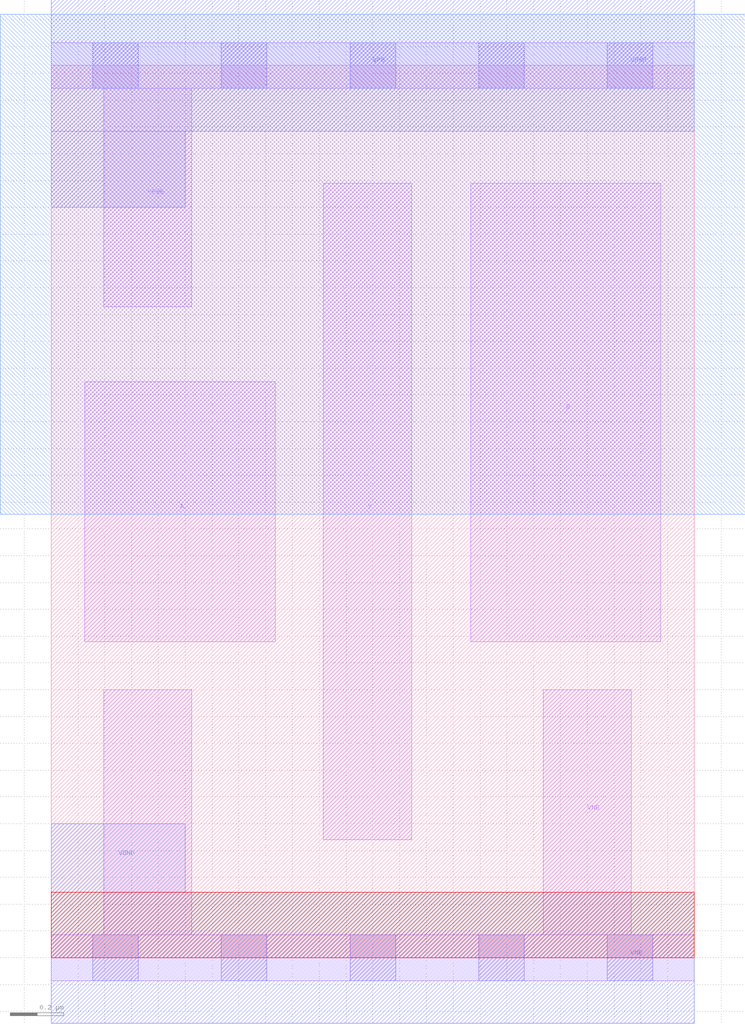
<source format=lef>
# Copyright 2020 The SkyWater PDK Authors
#
# Licensed under the Apache License, Version 2.0 (the "License");
# you may not use this file except in compliance with the License.
# You may obtain a copy of the License at
#
#     https://www.apache.org/licenses/LICENSE-2.0
#
# Unless required by applicable law or agreed to in writing, software
# distributed under the License is distributed on an "AS IS" BASIS,
# WITHOUT WARRANTIES OR CONDITIONS OF ANY KIND, either express or implied.
# See the License for the specific language governing permissions and
# limitations under the License.
#
# SPDX-License-Identifier: Apache-2.0

VERSION 5.7 ;
  NOWIREEXTENSIONATPIN ON ;
  DIVIDERCHAR "/" ;
  BUSBITCHARS "[]" ;
MACRO sky130_fd_sc_lp__nor2_lp
  CLASS CORE ;
  FOREIGN sky130_fd_sc_lp__nor2_lp ;
  ORIGIN  0.000000  0.000000 ;
  SIZE  2.400000 BY  3.330000 ;
  SYMMETRY X Y ;
  SITE unit ;
  PIN A
    ANTENNAGATEAREA  0.189000 ;
    DIRECTION INPUT ;
    USE SIGNAL ;
    PORT
      LAYER li1 ;
        RECT 0.125000 1.180000 0.835000 2.150000 ;
    END
  END A
  PIN B
    ANTENNAGATEAREA  0.189000 ;
    DIRECTION INPUT ;
    USE SIGNAL ;
    PORT
      LAYER li1 ;
        RECT 1.565000 1.180000 2.275000 2.890000 ;
    END
  END B
  PIN Y
    ANTENNADIFFAREA  0.237300 ;
    DIRECTION OUTPUT ;
    USE SIGNAL ;
    PORT
      LAYER li1 ;
        RECT 1.015000 0.440000 1.345000 2.890000 ;
    END
  END Y
  PIN VGND
    DIRECTION INOUT ;
    USE GROUND ;
    PORT
      LAYER met1 ;
        RECT 0.000000 -0.245000 2.400000 0.245000 ;
        RECT 0.000000  0.245000 0.500000 0.500000 ;
    END
  END VGND
  PIN VNB
    DIRECTION INOUT ;
    USE GROUND ;
    PORT
      LAYER li1 ;
        RECT 0.000000 -0.085000 2.400000 0.085000 ;
        RECT 0.195000  0.085000 0.525000 1.000000 ;
        RECT 1.835000  0.085000 2.165000 1.000000 ;
      LAYER mcon ;
        RECT 0.155000 -0.085000 0.325000 0.085000 ;
        RECT 0.635000 -0.085000 0.805000 0.085000 ;
        RECT 1.115000 -0.085000 1.285000 0.085000 ;
        RECT 1.595000 -0.085000 1.765000 0.085000 ;
        RECT 2.075000 -0.085000 2.245000 0.085000 ;
    END
  END VNB
  PIN VPB
    DIRECTION INOUT ;
    USE POWER ;
    PORT
      LAYER met1 ;
        RECT 0.000000 2.800000 0.500000 3.085000 ;
        RECT 0.000000 3.085000 2.400000 3.575000 ;
    END
  END VPB
  PIN VPWR
    DIRECTION INOUT ;
    USE POWER ;
    PORT
      LAYER li1 ;
        RECT 0.000000 3.245000 2.400000 3.415000 ;
        RECT 0.195000 2.430000 0.525000 3.245000 ;
      LAYER mcon ;
        RECT 0.155000 3.245000 0.325000 3.415000 ;
        RECT 0.635000 3.245000 0.805000 3.415000 ;
        RECT 1.115000 3.245000 1.285000 3.415000 ;
        RECT 1.595000 3.245000 1.765000 3.415000 ;
        RECT 2.075000 3.245000 2.245000 3.415000 ;
    END
  END VPWR
  OBS
    LAYER nwell ;
      RECT -0.190000 1.655000 2.590000 3.520000 ;
    LAYER pwell ;
      RECT 0.000000 0.000000 2.400000 0.245000 ;
  END
END sky130_fd_sc_lp__nor2_lp
END LIBRARY

</source>
